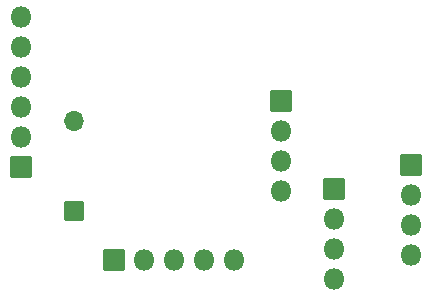
<source format=gbr>
%TF.GenerationSoftware,KiCad,Pcbnew,8.0.0-8.0.0-1~ubuntu20.04.1*%
%TF.CreationDate,2024-03-10T03:56:21-05:00*%
%TF.ProjectId,avr16dd14_dev_board,61767231-3664-4643-9134-5f6465765f62,rev?*%
%TF.SameCoordinates,Original*%
%TF.FileFunction,Soldermask,Bot*%
%TF.FilePolarity,Negative*%
%FSLAX46Y46*%
G04 Gerber Fmt 4.6, Leading zero omitted, Abs format (unit mm)*
G04 Created by KiCad (PCBNEW 8.0.0-8.0.0-1~ubuntu20.04.1) date 2024-03-10 03:56:21*
%MOMM*%
%LPD*%
G01*
G04 APERTURE LIST*
G04 Aperture macros list*
%AMRoundRect*
0 Rectangle with rounded corners*
0 $1 Rounding radius*
0 $2 $3 $4 $5 $6 $7 $8 $9 X,Y pos of 4 corners*
0 Add a 4 corners polygon primitive as box body*
4,1,4,$2,$3,$4,$5,$6,$7,$8,$9,$2,$3,0*
0 Add four circle primitives for the rounded corners*
1,1,$1+$1,$2,$3*
1,1,$1+$1,$4,$5*
1,1,$1+$1,$6,$7*
1,1,$1+$1,$8,$9*
0 Add four rect primitives between the rounded corners*
20,1,$1+$1,$2,$3,$4,$5,0*
20,1,$1+$1,$4,$5,$6,$7,0*
20,1,$1+$1,$6,$7,$8,$9,0*
20,1,$1+$1,$8,$9,$2,$3,0*%
G04 Aperture macros list end*
%ADD10RoundRect,0.050800X0.850000X0.850000X-0.850000X0.850000X-0.850000X-0.850000X0.850000X-0.850000X0*%
%ADD11O,1.801600X1.801600*%
%ADD12RoundRect,0.050800X0.850000X-0.850000X0.850000X0.850000X-0.850000X0.850000X-0.850000X-0.850000X0*%
%ADD13RoundRect,0.050800X-0.850000X-0.850000X0.850000X-0.850000X0.850000X0.850000X-0.850000X0.850000X0*%
%ADD14RoundRect,0.050800X0.800000X-0.800000X0.800000X0.800000X-0.800000X0.800000X-0.800000X-0.800000X0*%
%ADD15O,1.701600X1.701600*%
G04 APERTURE END LIST*
D10*
%TO.C,J1*%
X108500000Y-83620000D03*
D11*
X108500000Y-81080000D03*
X108500000Y-78540000D03*
X108500000Y-76000000D03*
X108500000Y-73460000D03*
X108500000Y-70920000D03*
%TD*%
%TO.C,J6*%
X126580000Y-91500000D03*
X124040000Y-91500000D03*
X121500000Y-91500000D03*
X118960000Y-91500000D03*
D12*
X116420000Y-91500000D03*
%TD*%
D11*
%TO.C,J5*%
X130500000Y-85620000D03*
X130500000Y-83080000D03*
X130500000Y-80540000D03*
D13*
X130500000Y-78000000D03*
%TD*%
D11*
%TO.C,J4*%
X135000000Y-93120000D03*
X135000000Y-90580000D03*
X135000000Y-88040000D03*
D13*
X135000000Y-85500000D03*
%TD*%
%TO.C,J2*%
X141500000Y-83460000D03*
D11*
X141500000Y-86000000D03*
X141500000Y-88540000D03*
X141500000Y-91080000D03*
%TD*%
D14*
%TO.C,D3*%
X113000000Y-87310000D03*
D15*
X113000000Y-79690000D03*
%TD*%
M02*

</source>
